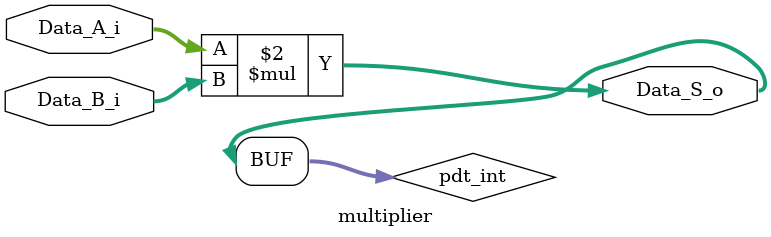
<source format=v>
`timescale 1ns / 1ps


module multiplier
    # (parameter W = 32/*,level=5*/) (//level=log2(W)
   // input wire clk,
    input wire [W-1:0] Data_A_i,
    input wire [W-1:0] Data_B_i,
    output wire [2*W-1:0] Data_S_o
    );
    //reg [W-1:0] aint,bint;
    reg [2*W-1:0] pdt_int;// [level-1:0];
    
    assign Data_S_o=pdt_int;
 
    always@*
    begin
        //aint<=Data_A_i;
        //bint<=Data_B_i;
        pdt_int<= Data_A_i*Data_B_i;
        //for (i=1;i<level;i=i+1)
          //  pdt_int[i]<=pdt_int[i-1];
    end
    
endmodule

</source>
